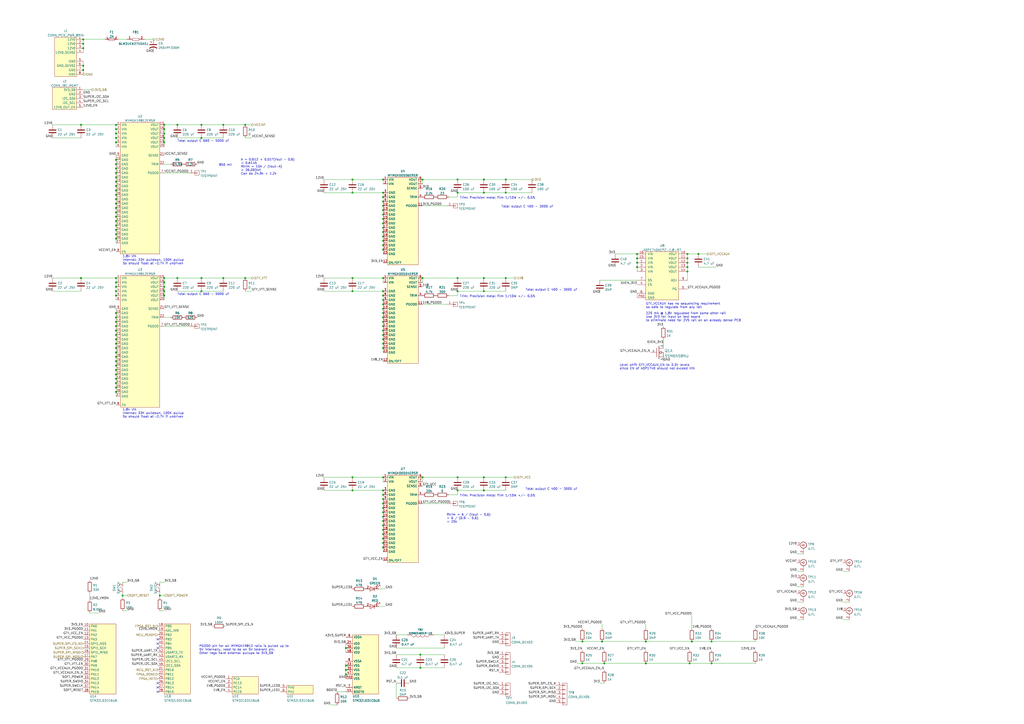
<source format=kicad_sch>
(kicad_sch (version 20211123) (generator eeschema)
  (paper "A2")
  (title_block (title "Kintex Ultrascale+ OshPark For The Lulz") (date "2024-02-06") (rev "0.1") (company "Antikernel Labs") (comment 1 "Andrew D. Zonenberg"))
  (junction (at 222.25 139.7))
  (junction (at 92.71 345.44))
  (junction (at 412.75 372.11))
  (junction (at 369.57 154.94))
  (junction (at 204.47 168.91))
  (junction (at 67.31 130.81))
  (junction (at 222.25 124.46))
  (junction (at 337.82 372.11))
  (junction (at 95.25 74.93))
  (junction (at 398.78 147.32))
  (junction (at 142.24 72.39))
  (junction (at 280.67 168.91))
  (junction (at 67.31 194.31))
  (junction (at 67.31 133.35))
  (junction (at 67.31 138.43))
  (junction (at 222.25 194.31))
  (junction (at 200.66 388.62))
  (junction (at 293.37 161.29))
  (junction (at 245.11 161.29))
  (junction (at 67.31 74.93))
  (junction (at 265.43 276.86))
  (junction (at 374.65 372.11))
  (junction (at 67.31 80.01))
  (junction (at 243.84 387.35))
  (junction (at 95.25 161.29))
  (junction (at 222.25 199.39))
  (junction (at 95.25 171.45))
  (junction (at 46.99 72.39))
  (junction (at 48.26 40.64))
  (junction (at 204.47 111.76))
  (junction (at 222.25 314.96))
  (junction (at 243.84 379.73))
  (junction (at 400.05 384.81))
  (junction (at 67.31 204.47))
  (junction (at 46.99 161.29))
  (junction (at 245.11 104.14))
  (junction (at 116.84 80.01))
  (junction (at 265.43 104.14))
  (junction (at 67.31 120.65))
  (junction (at 67.31 212.09))
  (junction (at 95.25 80.01))
  (junction (at 280.67 104.14))
  (junction (at 222.25 312.42))
  (junction (at 401.32 372.11))
  (junction (at 222.25 304.8))
  (junction (at 398.78 149.86))
  (junction (at 398.78 152.4))
  (junction (at 200.66 391.16))
  (junction (at 280.67 276.86))
  (junction (at 280.67 161.29))
  (junction (at 67.31 161.29))
  (junction (at 350.52 384.81))
  (junction (at 222.25 127))
  (junction (at 67.31 97.79))
  (junction (at 222.25 297.18))
  (junction (at 67.31 217.17))
  (junction (at 48.26 38.1))
  (junction (at 222.25 114.3))
  (junction (at 222.25 179.07))
  (junction (at 67.31 128.27))
  (junction (at 142.24 161.29))
  (junction (at 222.25 144.78))
  (junction (at 116.84 168.91))
  (junction (at 67.31 135.89))
  (junction (at 222.25 119.38))
  (junction (at 102.87 72.39))
  (junction (at 222.25 181.61))
  (junction (at 222.25 137.16))
  (junction (at 369.57 152.4))
  (junction (at 222.25 171.45))
  (junction (at 67.31 115.57))
  (junction (at 67.31 214.63))
  (junction (at 222.25 309.88))
  (junction (at 374.65 384.81))
  (junction (at 222.25 173.99))
  (junction (at 67.31 189.23))
  (junction (at 67.31 219.71))
  (junction (at 67.31 166.37))
  (junction (at 95.25 163.83))
  (junction (at 95.25 72.39))
  (junction (at 200.66 386.08))
  (junction (at 405.13 147.32))
  (junction (at 67.31 102.87))
  (junction (at 67.31 227.33))
  (junction (at 67.31 224.79))
  (junction (at 265.43 161.29))
  (junction (at 67.31 77.47))
  (junction (at 222.25 121.92))
  (junction (at 95.25 82.55))
  (junction (at 71.12 345.44))
  (junction (at 222.25 317.5))
  (junction (at 337.82 384.81))
  (junction (at 222.25 299.72))
  (junction (at 222.25 292.1))
  (junction (at 293.37 276.86))
  (junction (at 67.31 113.03))
  (junction (at 67.31 163.83))
  (junction (at 67.31 100.33))
  (junction (at 102.87 161.29))
  (junction (at 95.25 77.47))
  (junction (at 67.31 186.69))
  (junction (at 222.25 302.26))
  (junction (at 222.25 116.84))
  (junction (at 67.31 123.19))
  (junction (at 95.25 168.91))
  (junction (at 67.31 199.39))
  (junction (at 116.84 72.39))
  (junction (at 48.26 25.4))
  (junction (at 349.25 372.11))
  (junction (at 293.37 111.76))
  (junction (at 67.31 125.73))
  (junction (at 265.43 168.91))
  (junction (at 129.54 161.29))
  (junction (at 265.43 284.48))
  (junction (at 48.26 22.86))
  (junction (at 222.25 189.23))
  (junction (at 204.47 284.48))
  (junction (at 222.25 176.53))
  (junction (at 200.66 375.92))
  (junction (at 222.25 104.14))
  (junction (at 222.25 168.91))
  (junction (at 67.31 181.61))
  (junction (at 67.31 222.25))
  (junction (at 412.75 384.81))
  (junction (at 67.31 72.39))
  (junction (at 222.25 161.29))
  (junction (at 222.25 134.62))
  (junction (at 67.31 110.49))
  (junction (at 67.31 95.25))
  (junction (at 222.25 294.64))
  (junction (at 204.47 104.14))
  (junction (at 204.47 276.86))
  (junction (at 222.25 289.56))
  (junction (at 369.57 149.86))
  (junction (at 280.67 284.48))
  (junction (at 67.31 196.85))
  (junction (at 222.25 129.54))
  (junction (at 222.25 196.85))
  (junction (at 398.78 154.94))
  (junction (at 280.67 111.76))
  (junction (at 222.25 191.77))
  (junction (at 222.25 111.76))
  (junction (at 67.31 118.11))
  (junction (at 67.31 105.41))
  (junction (at 48.26 27.94))
  (junction (at 67.31 184.15))
  (junction (at 67.31 168.91))
  (junction (at 222.25 184.15))
  (junction (at 95.25 166.37))
  (junction (at 67.31 191.77))
  (junction (at 369.57 147.32))
  (junction (at 67.31 209.55))
  (junction (at 204.47 161.29))
  (junction (at 116.84 161.29))
  (junction (at 222.25 132.08))
  (junction (at 67.31 207.01))
  (junction (at 398.78 157.48))
  (junction (at 67.31 201.93))
  (junction (at 222.25 307.34))
  (junction (at 265.43 111.76))
  (junction (at 129.54 72.39))
  (junction (at 67.31 171.45))
  (junction (at 222.25 186.69))
  (junction (at 293.37 104.14))
  (junction (at 222.25 287.02))
  (junction (at 222.25 201.93))
  (junction (at 67.31 82.55))
  (junction (at 245.11 276.86))
  (junction (at 222.25 284.48))
  (junction (at 67.31 107.95))
  (junction (at 67.31 92.71))
  (junction (at 222.25 276.86))
  (junction (at 222.25 142.24))
  (no_connect (at 91.44 375.92))
  (no_connect (at 91.44 398.78))
  (no_connect (at 91.44 396.24))
  (no_connect (at 91.44 401.32))
  (no_connect (at 91.44 370.84))
  (no_connect (at 91.44 373.38))
  (wire (pts (xy 67.31 214.63) (xy 67.31 217.17)))
  (wire (pts (xy 102.87 168.91) (xy 116.84 168.91)))
  (wire (pts (xy 347.98 396.24) (xy 350.52 396.24)))
  (wire (pts (xy 229.87 368.3) (xy 236.22 368.3)))
  (wire (pts (xy 200.66 388.62) (xy 200.66 391.16)))
  (wire (pts (xy 243.84 379.73) (xy 257.81 379.73)))
  (wire (pts (xy 92.71 337.82) (xy 95.25 337.82)))
  (wire (pts (xy 265.43 104.14) (xy 280.67 104.14)))
  (wire (pts (xy 200.66 373.38) (xy 200.66 375.92)))
  (wire (pts (xy 95.25 161.29) (xy 102.87 161.29)))
  (wire (pts (xy 222.25 134.62) (xy 222.25 137.16)))
  (wire (pts (xy 222.25 142.24) (xy 222.25 144.78)))
  (wire (pts (xy 412.75 372.11) (xy 438.15 372.11)))
  (wire (pts (xy 102.87 72.39) (xy 116.84 72.39)))
  (wire (pts (xy 142.24 72.39) (xy 146.05 72.39)))
  (wire (pts (xy 95.25 82.55) (xy 95.25 85.09)))
  (wire (pts (xy 222.25 114.3) (xy 222.25 116.84)))
  (wire (pts (xy 95.25 72.39) (xy 95.25 74.93)))
  (wire (pts (xy 222.25 276.86) (xy 222.25 279.4)))
  (wire (pts (xy 398.78 154.94) (xy 398.78 157.48)))
  (wire (pts (xy 67.31 222.25) (xy 67.31 224.79)))
  (wire (pts (xy 350.52 384.81) (xy 374.65 384.81)))
  (wire (pts (xy 67.31 184.15) (xy 67.31 186.69)))
  (wire (pts (xy 265.43 276.86) (xy 280.67 276.86)))
  (wire (pts (xy 400.05 384.81) (xy 412.75 384.81)))
  (wire (pts (xy 129.54 161.29) (xy 142.24 161.29)))
  (wire (pts (xy 67.31 82.55) (xy 67.31 85.09)))
  (wire (pts (xy 67.31 217.17) (xy 67.31 219.71)))
  (wire (pts (xy 260.35 287.02) (xy 265.43 287.02)))
  (wire (pts (xy 30.48 161.29) (xy 46.99 161.29)))
  (wire (pts (xy 280.67 276.86) (xy 293.37 276.86)))
  (wire (pts (xy 222.25 196.85) (xy 222.25 199.39)))
  (wire (pts (xy 83.82 22.86) (xy 88.9 22.86)))
  (wire (pts (xy 293.37 111.76) (xy 308.61 111.76)))
  (wire (pts (xy 251.46 368.3) (xy 257.81 368.3)))
  (wire (pts (xy 95.25 166.37) (xy 95.25 168.91)))
  (wire (pts (xy 204.47 284.48) (xy 222.25 284.48)))
  (wire (pts (xy 369.57 152.4) (xy 369.57 154.94)))
  (wire (pts (xy 67.31 72.39) (xy 67.31 74.93)))
  (wire (pts (xy 67.31 171.45) (xy 67.31 173.99)))
  (wire (pts (xy 67.31 186.69) (xy 67.31 189.23)))
  (wire (pts (xy 71.12 345.44) (xy 71.12 346.71)))
  (wire (pts (xy 222.25 307.34) (xy 222.25 309.88)))
  (wire (pts (xy 46.99 161.29) (xy 67.31 161.29)))
  (wire (pts (xy 92.71 345.44) (xy 92.71 346.71)))
  (wire (pts (xy 265.43 161.29) (xy 280.67 161.29)))
  (wire (pts (xy 46.99 72.39) (xy 67.31 72.39)))
  (wire (pts (xy 71.12 344.17) (xy 71.12 345.44)))
  (wire (pts (xy 222.25 194.31) (xy 222.25 196.85)))
  (wire (pts (xy 187.96 168.91) (xy 204.47 168.91)))
  (wire (pts (xy 116.84 168.91) (xy 129.54 168.91)))
  (wire (pts (xy 222.25 111.76) (xy 222.25 114.3)))
  (wire (pts (xy 67.31 138.43) (xy 67.31 140.97)))
  (wire (pts (xy 195.58 401.32) (xy 200.66 401.32)))
  (wire (pts (xy 245.11 279.4) (xy 245.11 276.86)))
  (wire (pts (xy 280.67 104.14) (xy 293.37 104.14)))
  (wire (pts (xy 67.31 219.71) (xy 67.31 222.25)))
  (wire (pts (xy 204.47 276.86) (xy 222.25 276.86)))
  (wire (pts (xy 142.24 80.01) (xy 146.05 80.01)))
  (wire (pts (xy 222.25 304.8) (xy 222.25 307.34)))
  (wire (pts (xy 229.87 375.92) (xy 257.81 375.92)))
  (wire (pts (xy 67.31 110.49) (xy 67.31 113.03)))
  (wire (pts (xy 204.47 111.76) (xy 222.25 111.76)))
  (wire (pts (xy 67.31 227.33) (xy 67.31 229.87)))
  (wire (pts (xy 222.25 189.23) (xy 222.25 191.77)))
  (wire (pts (xy 67.31 181.61) (xy 67.31 184.15)))
  (wire (pts (xy 30.48 72.39) (xy 46.99 72.39)))
  (wire (pts (xy 52.07 344.17) (xy 52.07 347.98)))
  (wire (pts (xy 129.54 72.39) (xy 142.24 72.39)))
  (wire (pts (xy 222.25 184.15) (xy 222.25 186.69)))
  (wire (pts (xy 142.24 161.29) (xy 146.05 161.29)))
  (wire (pts (xy 71.12 354.33) (xy 73.66 354.33)))
  (wire (pts (xy 398.78 152.4) (xy 398.78 154.94)))
  (wire (pts (xy 222.25 302.26) (xy 222.25 304.8)))
  (wire (pts (xy 67.31 209.55) (xy 67.31 212.09)))
  (wire (pts (xy 398.78 147.32) (xy 398.78 149.86)))
  (wire (pts (xy 200.66 375.92) (xy 200.66 378.46)))
  (wire (pts (xy 401.32 372.11) (xy 412.75 372.11)))
  (wire (pts (xy 95.25 72.39) (xy 102.87 72.39)))
  (wire (pts (xy 222.25 139.7) (xy 222.25 142.24)))
  (wire (pts (xy 229.87 396.24) (xy 229.87 405.13)))
  (wire (pts (xy 222.25 179.07) (xy 222.25 181.61)))
  (wire (pts (xy 222.25 299.72) (xy 222.25 302.26)))
  (wire (pts (xy 243.84 387.35) (xy 257.81 387.35)))
  (wire (pts (xy 116.84 72.39) (xy 129.54 72.39)))
  (wire (pts (xy 222.25 289.56) (xy 222.25 292.1)))
  (wire (pts (xy 398.78 147.32) (xy 405.13 147.32)))
  (wire (pts (xy 245.11 163.83) (xy 245.11 161.29)))
  (wire (pts (xy 222.25 168.91) (xy 222.25 171.45)))
  (wire (pts (xy 67.31 115.57) (xy 67.31 118.11)))
  (wire (pts (xy 48.26 52.07) (xy 53.34 52.07)))
  (wire (pts (xy 142.24 168.91) (xy 146.05 168.91)))
  (wire (pts (xy 347.98 162.56) (xy 369.57 162.56)))
  (wire (pts (xy 67.31 133.35) (xy 67.31 135.89)))
  (wire (pts (xy 280.67 161.29) (xy 293.37 161.29)))
  (wire (pts (xy 71.12 345.44) (xy 73.66 345.44)))
  (wire (pts (xy 95.25 100.33) (xy 109.22 100.33)))
  (wire (pts (xy 95.25 80.01) (xy 95.25 82.55)))
  (wire (pts (xy 67.31 118.11) (xy 67.31 120.65)))
  (wire (pts (xy 222.25 314.96) (xy 222.25 317.5)))
  (wire (pts (xy 293.37 276.86) (xy 298.45 276.86)))
  (wire (pts (xy 67.31 168.91) (xy 67.31 171.45)))
  (wire (pts (xy 222.25 186.69) (xy 222.25 189.23)))
  (wire (pts (xy 222.25 104.14) (xy 222.25 106.68)))
  (wire (pts (xy 222.25 297.18) (xy 222.25 299.72)))
  (wire (pts (xy 265.43 287.02) (xy 265.43 284.48)))
  (wire (pts (xy 187.96 104.14) (xy 204.47 104.14)))
  (wire (pts (xy 95.25 168.91) (xy 95.25 171.45)))
  (wire (pts (xy 204.47 168.91) (xy 222.25 168.91)))
  (wire (pts (xy 488.95 349.25) (xy 492.76 349.25)))
  (wire (pts (xy 95.25 184.15) (xy 99.06 184.15)))
  (wire (pts (xy 92.71 344.17) (xy 92.71 345.44)))
  (wire (pts (xy 67.31 189.23) (xy 67.31 191.77)))
  (wire (pts (xy 187.96 111.76) (xy 204.47 111.76)))
  (wire (pts (xy 260.35 114.3) (xy 265.43 114.3)))
  (wire (pts (xy 337.82 372.11) (xy 349.25 372.11)))
  (wire (pts (xy 67.31 105.41) (xy 67.31 107.95)))
  (wire (pts (xy 95.25 163.83) (xy 95.25 166.37)))
  (wire (pts (xy 48.26 22.86) (xy 48.26 25.4)))
  (wire (pts (xy 67.31 95.25) (xy 67.31 97.79)))
  (wire (pts (xy 374.65 384.81) (xy 400.05 384.81)))
  (wire (pts (xy 68.58 22.86) (xy 73.66 22.86)))
  (wire (pts (xy 67.31 102.87) (xy 67.31 105.41)))
  (wire (pts (xy 48.26 40.64) (xy 48.26 43.18)))
  (wire (pts (xy 334.645 384.81) (xy 337.82 384.81)))
  (wire (pts (xy 95.25 95.25) (xy 99.06 95.25)))
  (wire (pts (xy 191.77 408.94) (xy 195.58 408.94)))
  (wire (pts (xy 222.25 116.84) (xy 222.25 119.38)))
  (wire (pts (xy 280.67 168.91) (xy 293.37 168.91)))
  (wire (pts (xy 405.13 147.32) (xy 410.21 147.32)))
  (wire (pts (xy 67.31 179.07) (xy 67.31 181.61)))
  (wire (pts (xy 293.37 104.14) (xy 308.61 104.14)))
  (wire (pts (xy 222.25 124.46) (xy 222.25 127)))
  (wire (pts (xy 95.25 161.29) (xy 95.25 163.83)))
  (wire (pts (xy 200.66 383.54) (xy 200.66 386.08)))
  (wire (pts (xy 245.11 106.68) (xy 245.11 104.14)))
  (wire (pts (xy 245.11 276.86) (xy 265.43 276.86)))
  (wire (pts (xy 369.57 149.86) (xy 369.57 152.4)))
  (wire (pts (xy 349.25 361.95) (xy 349.25 364.49)))
  (wire (pts (xy 265.43 114.3) (xy 265.43 111.76)))
  (wire (pts (xy 116.84 80.01) (xy 129.54 80.01)))
  (wire (pts (xy 222.25 317.5) (xy 222.25 320.04)))
  (wire (pts (xy 405.13 154.94) (xy 415.29 154.94)))
  (wire (pts (xy 67.31 74.93) (xy 67.31 77.47)))
  (wire (pts (xy 222.25 176.53) (xy 222.25 179.07)))
  (wire (pts (xy 222.25 201.93) (xy 222.25 204.47)))
  (wire (pts (xy 462.28 349.25) (xy 466.09 349.25)))
  (wire (pts (xy 48.26 35.56) (xy 48.26 38.1)))
  (wire (pts (xy 229.87 379.73) (xy 243.84 379.73)))
  (wire (pts (xy 67.31 80.01) (xy 67.31 82.55)))
  (wire (pts (xy 67.31 107.95) (xy 67.31 110.49)))
  (wire (pts (xy 204.47 161.29) (xy 222.25 161.29)))
  (wire (pts (xy 222.25 292.1) (xy 222.25 294.64)))
  (wire (pts (xy 116.84 161.29) (xy 129.54 161.29)))
  (wire (pts (xy 102.87 161.29) (xy 116.84 161.29)))
  (wire (pts (xy 222.25 309.88) (xy 222.25 312.42)))
  (wire (pts (xy 60.96 22.86) (xy 48.26 22.86)))
  (wire (pts (xy 398.78 157.48) (xy 398.78 162.56)))
  (wire (pts (xy 222.25 181.61) (xy 222.25 184.15)))
  (wire (pts (xy 222.25 121.92) (xy 222.25 124.46)))
  (wire (pts (xy 222.25 312.42) (xy 222.25 314.96)))
  (wire (pts (xy 67.31 166.37) (xy 67.31 168.91)))
  (wire (pts (xy 67.31 130.81) (xy 67.31 133.35)))
  (wire (pts (xy 95.25 189.23) (xy 109.22 189.23)))
  (wire (pts (xy 67.31 196.85) (xy 67.31 199.39)))
  (wire (pts (xy 280.67 111.76) (xy 293.37 111.76)))
  (wire (pts (xy 67.31 113.03) (xy 67.31 115.57)))
  (wire (pts (xy 187.96 276.86) (xy 204.47 276.86)))
  (wire (pts (xy 67.31 212.09) (xy 67.31 214.63)))
  (wire (pts (xy 222.25 294.64) (xy 222.25 297.18)))
  (wire (pts (xy 67.31 161.29) (xy 67.31 163.83)))
  (wire (pts (xy 67.31 201.93) (xy 67.31 204.47)))
  (wire (pts (xy 67.31 97.79) (xy 67.31 100.33)))
  (wire (pts (xy 462.28 340.36) (xy 466.09 340.36)))
  (wire (pts (xy 67.31 207.01) (xy 67.31 209.55)))
  (wire (pts (xy 222.25 284.48) (xy 222.25 287.02)))
  (wire (pts (xy 349.25 372.11) (xy 374.65 372.11)))
  (wire (pts (xy 92.71 354.33) (xy 95.25 354.33)))
  (wire (pts (xy 245.11 161.29) (xy 265.43 161.29)))
  (wire (pts (xy 95.25 77.47) (xy 95.25 80.01)))
  (wire (pts (xy 52.07 355.6) (xy 57.15 355.6)))
  (wire (pts (xy 67.31 199.39) (xy 67.31 201.93)))
  (wire (pts (xy 245.11 104.14) (xy 265.43 104.14)))
  (wire (pts (xy 260.35 171.45) (xy 265.43 171.45)))
  (wire (pts (xy 67.31 204.47) (xy 67.31 207.01)))
  (wire (pts (xy 30.48 80.01) (xy 46.99 80.01)))
  (wire (pts (xy 67.31 191.77) (xy 67.31 194.31)))
  (wire (pts (xy 95.25 171.45) (xy 95.25 173.99)))
  (wire (pts (xy 102.87 80.01) (xy 116.84 80.01)))
  (wire (pts (xy 245.11 176.53) (xy 259.08 176.53)))
  (wire (pts (xy 229.87 387.35) (xy 243.84 387.35)))
  (wire (pts (xy 462.28 359.41) (xy 466.09 359.41)))
  (wire (pts (xy 67.31 135.89) (xy 67.31 138.43)))
  (wire (pts (xy 369.57 170.18) (xy 369.57 172.72)))
  (wire (pts (xy 67.31 77.47) (xy 67.31 80.01)))
  (wire (pts (xy 48.26 38.1) (xy 48.26 40.64)))
  (wire (pts (xy 67.31 123.19) (xy 67.31 125.73)))
  (wire (pts (xy 462.28 321.31) (xy 466.09 321.31)))
  (wire (pts (xy 219.71 351.79) (xy 223.52 351.79)))
  (wire (pts (xy 67.31 163.83) (xy 67.31 166.37)))
  (wire (pts (xy 222.25 173.99) (xy 222.25 176.53)))
  (wire (pts (xy 488.95 359.41) (xy 492.76 359.41)))
  (wire (pts (xy 200.66 391.16) (xy 200.66 393.7)))
  (wire (pts (xy 222.25 161.29) (xy 222.25 163.83)))
  (wire (pts (xy 265.43 284.48) (xy 280.67 284.48)))
  (wire (pts (xy 67.31 125.73) (xy 67.31 128.27)))
  (wire (pts (xy 265.43 111.76) (xy 280.67 111.76)))
  (wire (pts (xy 222.25 144.78) (xy 222.25 147.32)))
  (wire (pts (xy 462.28 331.47) (xy 466.09 331.47)))
  (wire (pts (xy 71.12 337.82) (xy 73.66 337.82)))
  (wire (pts (xy 356.87 147.32) (xy 369.57 147.32)))
  (wire (pts (xy 334.01 372.11) (xy 337.82 372.11)))
  (wire (pts (xy 48.26 25.4) (xy 48.26 27.94)))
  (wire (pts (xy 30.48 168.91) (xy 46.99 168.91)))
  (wire (pts (xy 67.31 224.79) (xy 67.31 227.33)))
  (wire (pts (xy 222.25 171.45) (xy 222.25 173.99)))
  (wire (pts (xy 245.11 119.38) (xy 259.08 119.38)))
  (wire (pts (xy 187.96 161.29) (xy 204.47 161.29)))
  (wire (pts (xy 401.32 356.87) (xy 401.32 364.49)))
  (wire (pts (xy 222.25 137.16) (xy 222.25 139.7)))
  (wire (pts (xy 67.31 194.31) (xy 67.31 196.85)))
  (wire (pts (xy 200.66 386.08) (xy 200.66 388.62)))
  (wire (pts (xy 222.25 287.02) (xy 222.25 289.56)))
  (wire (pts (xy 204.47 104.14) (xy 222.25 104.14)))
  (wire (pts (xy 369.57 154.94) (xy 369.57 157.48)))
  (wire (pts (xy 337.82 384.81) (xy 350.52 384.81)))
  (wire (pts (xy 187.96 284.48) (xy 204.47 284.48)))
  (wire (pts (xy 412.75 384.81) (xy 438.15 384.81)))
  (wire (pts (xy 67.31 120.65) (xy 67.31 123.19)))
  (wire (pts (xy 67.31 92.71) (xy 67.31 95.25)))
  (wire (pts (xy 222.25 191.77) (xy 222.25 194.31)))
  (wire (pts (xy 280.67 284.48) (xy 293.37 284.48)))
  (wire (pts (xy 95.25 74.93) (xy 95.25 77.47)))
  (wire (pts (xy 67.31 128.27) (xy 67.31 130.81)))
  (wire (pts (xy 488.95 331.47) (xy 492.76 331.47)))
  (wire (pts (xy 48.26 27.94) (xy 48.26 30.48)))
  (wire (pts (xy 222.25 119.38) (xy 222.25 121.92)))
  (wire (pts (xy 265.43 168.91) (xy 280.67 168.91)))
  (wire (pts (xy 398.78 149.86) (xy 398.78 152.4)))
  (wire (pts (xy 265.43 171.45) (xy 265.43 168.91)))
  (wire (pts (xy 384.81 196.85) (xy 384.81 199.39)))
  (wire (pts (xy 369.57 147.32) (xy 369.57 149.86)))
  (wire (pts (xy 293.37 161.29) (xy 298.45 161.29)))
  (wire (pts (xy 67.31 90.17) (xy 67.31 92.71)))
  (wire (pts (xy 222.25 129.54) (xy 222.25 132.08)))
  (wire (pts (xy 222.25 199.39) (xy 222.25 201.93)))
  (wire (pts (xy 222.25 132.08) (xy 222.25 134.62)))
  (wire (pts (xy 92.71 345.44) (xy 95.25 345.44)))
  (wire (pts (xy 219.71 341.63) (xy 223.52 341.63)))
  (wire (pts (xy 374.65 372.11) (xy 401.32 372.11)))
  (wire (pts (xy 374.65 361.95) (xy 374.65 364.49)))
  (wire (pts (xy 245.11 292.1) (xy 259.08 292.1)))
  (wire (pts (xy 222.25 127) (xy 222.25 129.54)))
  (wire (pts (xy 67.31 100.33) (xy 67.31 102.87)))
  (text "Total output C 400 - 3000 uF" (at 304.8 168.91 0) (effects (font (size 1.27 1.27)) (justify left bottom)))
  (text "A = 0.612 + 0.01*(Vout - 0.6)\n= 0.6145\nRtrim = 10A / (Vout-A)\n= 26.0934K\nCan do 24.9k + 1.2k" (at 139.7 101.6 0) (effects (font (size 1.27 1.27)) (justify left bottom)))
  (text "Total output C 660 - 5000 uF" (at 102.87 82.55 0) (effects (font (size 1.27 1.27)) (justify left bottom)))
  (text "1.8V Vih\nInternal: 33K pulldown, 100K pullup\nSo should float at ~2.7V if undriven" (at 71.12 153.67 0) (effects (font (size 1.27 1.27)) (justify left bottom)))
  (text "PGOOD pin for all MYMGK1R812 rails is pulled up to\n5V internally, need to be on 5V tolerant pin.\nOther regs have external pullups to 3V3_SB" (at 115.57 379.73 0) (effects (font (size 1.27 1.27)) (justify left bottom)))
  (text "Trim: Precision metal film 1/10W +/- 0.5%" (at 266.7 172.72 0) (effects (font (size 1.27 1.27)) (justify left bottom)))
  (text "220 mA @ 1.8V regulated from some other rail\nUse 3V3 for input on test board\nto eliminate need for 2V5 rail on an already dense PCB" (at 374.65 186.69 0) (effects (font (size 1.27 1.27)) (justify left bottom)))
  (text "Rtrim = 6 / (Vout - 0.6)\n= 6 / (0.9 - 0.6)\n= 20k" (at 259.08 303.53 0) (effects (font (size 1.27 1.27)) (justify left bottom)))
  (text "Level shift GTY_VCCAUX_EN to 3.3V levels\nsince EN of ADP1740 should not exceed VIN" (at 359.41 214.63 0) (effects (font (size 1.27 1.27)) (justify left bottom)))
  (text "Total output C 400 - 3000 uF" (at 290.83 120.65 0) (effects (font (size 1.27 1.27)) (justify left bottom)))
  (text "Trim: Precision metal film 1/10W +/- 0.5%" (at 266.7 288.29 0) (effects (font (size 1.27 1.27)) (justify left bottom)))
  (text "850 mV" (at 127 96.52 0) (effects (font (size 1.27 1.27)) (justify left bottom)))
  (text "Total output C 400 - 3000 uF" (at 304.8 284.48 0) (effects (font (size 1.27 1.27)) (justify left bottom)))
  (text "GTY_VCCAUX has no sequencing requirement\nso safe to regulate from any rail" (at 374.65 179.07 0) (effects (font (size 1.27 1.27)) (justify left bottom)))
  (text "Total output C 660 - 5000 uF" (at 102.87 171.45 0) (effects (font (size 1.27 1.27)) (justify left bottom)))
  (text "1.8V Vih\nInternal: 33K pulldown, 100K pullup\nSo should float at ~2.7V if undriven" (at 71.12 242.57 0) (effects (font (size 1.27 1.27)) (justify left bottom)))
  (text "Trim: Precision metal film 1/10W +/- 0.5%" (at 266.7 115.57 0) (effects (font (size 1.27 1.27)) (justify left bottom)))
  (label "3V3" (at 347.98 396.24 180))
  (label "1V8_PGOOD" (at 130.81 398.78 180))
  (label "VCCINT_SENSE" (at 95.25 90.17 0))
  (label "GTY_VCC_PGOOD" (at 48.26 370.84 180))
  (label "GND" (at 114.3 95.25 0))
  (label "GTY_VTT_PGOOD" (at 374.65 361.95 180))
  (label "GND" (at 229.87 387.35 180))
  (label "GND" (at 384.81 209.55 0))
  (label "GND" (at 347.98 170.18 180))
  (label "3V3_EN" (at 48.26 363.22 180))
  (label "3V3_SB" (at 123.19 363.22 180))
  (label "GTY_VCC_PGOOD" (at 245.11 292.1 0))
  (label "3V3_SB" (at 289.56 379.73 180))
  (label "GND" (at 462.28 331.47 180))
  (label "12V0" (at 30.48 72.39 180))
  (label "VCCINT_EN" (at 67.31 146.05 180))
  (label "3V3_SB" (at 95.25 337.82 0))
  (label "SUPER_SWCLK" (at 48.26 398.78 180))
  (label "GND" (at 191.77 408.94 180))
  (label "12V0_EN" (at 48.26 62.23 0))
  (label "GTY_VTT_PGOOD" (at 48.26 383.54 180))
  (label "GND" (at 67.31 90.17 180))
  (label "GND" (at 237.49 396.24 0))
  (label "SUPER_SWDIO" (at 289.56 387.35 180))
  (label "GND" (at 114.3 184.15 0))
  (label "GTY_VCCAUX_PGOOD" (at 398.78 167.64 0))
  (label "3V3" (at 245.11 109.22 0))
  (label "3V3_SB" (at 237.49 405.13 0))
  (label "RST_N" (at 289.56 389.89 180))
  (label "12V0" (at 30.48 161.29 180))
  (label "GND" (at 265.43 284.48 180))
  (label "GND" (at 200.66 393.7 180))
  (label "GND" (at 488.95 359.41 180))
  (label "12V0_VMON" (at 52.07 347.98 0))
  (label "12V0_EN" (at 438.15 377.19 180))
  (label "VCCINT_PGOOD" (at 95.25 100.33 0))
  (label "SUPER_I2C_SDA" (at 91.44 386.08 180))
  (label "GND" (at 265.43 111.76 180))
  (label "VCCINT_PGOOD" (at 349.25 361.95 180))
  (label "GND" (at 48.26 54.61 0))
  (label "GND" (at 88.9 30.48 180))
  (label "SUPER_I2C_SCL" (at 289.56 397.51 180))
  (label "12V0" (at 187.96 276.86 180))
  (label "SUPER_SWCLK" (at 289.56 384.81 180))
  (label "1V8" (at 245.11 166.37 0))
  (label "GND" (at 369.57 170.18 180))
  (label "BOOT0" (at 195.58 401.32 180))
  (label "SUPER_SPI_SCK" (at 322.58 400.05 180))
  (label "GTY_VTT_SENSE" (at 95.25 179.07 0))
  (label "VCCINT_PGOOD" (at 130.81 393.7 180))
  (label "GND" (at 488.95 349.25 180))
  (label "GVEN_3V3" (at 369.57 165.1 180))
  (label "SUPER_SWDIO" (at 48.26 396.24 180))
  (label "SOFT_POWER" (at 48.26 393.7 180))
  (label "GND" (at 187.96 284.48 180))
  (label "3V3_SB" (at 334.01 372.11 180))
  (label "SUPER_UART_RX" (at 91.44 381 180))
  (label "GTY_VCC_EN" (at 400.05 377.19 180))
  (label "GND" (at 462.28 321.31 180))
  (label "GND" (at 289.56 402.59 180))
  (label "12V0" (at 462.28 316.23 180))
  (label "GTY_VCCAUX_PGOOD" (at 48.26 388.62 180))
  (label "GND" (at 30.48 168.91 180))
  (label "VCCINT_EN" (at 130.81 396.24 180))
  (label "3V3" (at 356.87 147.32 180))
  (label "3V3_SB" (at 229.87 368.3 180))
  (label "12V0" (at 187.96 104.14 180))
  (label "VCCINT" (at 462.28 326.39 180))
  (label "3V3_PGOOD" (at 337.82 364.49 180))
  (label "SUPER_SPI_MOSI" (at 322.58 405.13 180))
  (label "GND" (at 57.15 355.6 0))
  (label "GND" (at 415.29 154.94 0))
  (label "SUPER_I2C_SDA" (at 289.56 400.05 180))
  (label "SUPER_LED1" (at 204.47 351.79 180))
  (label "SUPER_UART_TX" (at 91.44 378.46 180))
  (label "SUPER_LED1" (at 162.56 401.32 180))
  (label "GTY_VCC_PGOOD" (at 401.32 356.87 180))
  (label "GTY_VCCAUX_PGOOD" (at 438.15 364.49 0))
  (label "GND" (at 102.87 80.01 180))
  (label "12V0_VMON" (at 91.44 365.76 180))
  (label "3V3" (at 384.81 189.23 180))
  (label "1V8_EN" (at 130.81 401.32 180))
  (label "GTY_VTT_EN" (at 48.26 386.08 180))
  (label "A3V3_SUPER" (at 257.81 368.3 0))
  (label "A3V3_SUPER" (at 200.66 369.57 180))
  (label "SUPER_SPI_MISO" (at 322.58 402.59 180))
  (label "3V3_SB" (at 229.87 379.73 180))
  (label "1V8_EN" (at 222.25 209.55 180))
  (label "3V3_SB" (at 462.28 354.33 180))
  (label "GND" (at 229.87 375.92 180))
  (label "GND" (at 462.28 340.36 180))
  (label "GVEN_3V3" (at 384.81 199.39 180))
  (label "SUPER_I2C_SCL" (at 91.44 383.54 180))
  (label "12V0" (at 187.96 161.29 180))
  (label "GTY_VCC" (at 245.11 281.94 0))
  (label "3V3_PGOOD" (at 48.26 365.76 180))
  (label "GTY_VTT_EN" (at 374.65 377.19 180))
  (label "3V3" (at 462.28 335.28 180))
  (label "GND" (at 73.66 354.33 0))
  (label "GTY_VTT_SENSE" (at 146.05 168.91 0))
  (label "GND" (at 265.43 168.91 180))
  (label "GND" (at 67.31 179.07 180))
  (label "GTY_VCC_EN" (at 222.25 325.12 180))
  (label "GND" (at 322.58 407.67 180))
  (label "3V3_EN" (at 337.82 377.19 180))
  (label "GTY_VTT_EN" (at 67.31 234.95 180))
  (label "SUPER_UART_TX" (at 289.56 370.84 180))
  (label "GND" (at 102.87 168.91 180))
  (label "GND" (at 95.25 354.33 0))
  (label "1V8_EN" (at 412.75 377.19 180))
  (label "SUPER_I2C_SCL" (at 48.26 59.69 0))
  (label "GTY_VCCAUX" (at 462.28 344.17 180))
  (label "GTY_VCCAUX_EN_N" (at 48.26 391.16 180))
  (label "GND" (at 187.96 111.76 180))
  (label "GND" (at 30.48 80.01 180))
  (label "GND" (at 289.56 373.38 180))
  (label "VCCINT_EN" (at 350.52 377.19 180))
  (label "1V8" (at 488.95 354.33 180))
  (label "3V3_SB" (at 73.66 337.82 0))
  (label "RST_N" (at 229.87 396.24 180))
  (label "SUPER_LED0" (at 204.47 341.63 180))
  (label "GTY_VCC" (at 488.95 344.17 180))
  (label "SOFT_RESET" (at 48.26 401.32 180))
  (label "VCCINT_SENSE" (at 146.05 80.01 0))
  (label "GND" (at 223.52 351.79 0))
  (label "GND" (at 223.52 341.63 0))
  (label "GTY_VTT_PGOOD" (at 95.25 189.23 0))
  (label "GTY_VCCAUX_EN_N" (at 350.52 388.62 180))
  (label "GND" (at 462.28 349.25 180))
  (label "GTY_VTT" (at 488.95 326.39 180))
  (label "GND" (at 334.645 384.81 180))
  (label "SUPER_I2C_SDA" (at 48.26 57.15 0))
  (label "3V3_SB" (at 200.66 373.38 180))
  (label "GND" (at 462.28 359.41 180))
  (label "GND" (at 187.96 168.91 180))
  (label "GND" (at 488.95 331.47 180))
  (label "3V3_PGOOD" (at 245.11 119.38 0))
  (label "SUPER_LED0" (at 162.56 398.78 180))
  (label "SUPER_SPI_CS_N" (at 130.81 363.22 0))
  (label "3V3_EN" (at 222.25 152.4 180))
  (label "RST_N" (at 200.66 398.78 180))
  (label "GTY_VCCAUX_EN_N" (at 377.19 204.47 180))
  (label "12V0" (at 52.07 336.55 0))
  (label "SUPER_UART_RX" (at 289.56 368.3 180))
  (label "SUPER_SPI_CS_N" (at 322.58 397.51 180))
  (label "1V8_PGOOD" (at 412.75 364.49 180))
  (label "GND" (at 356.87 154.94 180))
  (label "GTY_VCC_EN" (at 48.26 368.3 180))
  (label "GND" (at 289.56 382.27 180))
  (label "1V8_PGOOD" (at 245.11 176.53 0))
  (hierarchical_label "GTY_VCC" (shape output) (at 298.45 276.86 0))
  (hierarchical_label "SOFT_RESET" (shape input) (at 73.66 345.44 0))
  (hierarchical_label "FPGA_DONE" (shape input) (at 91.44 391.16 180))
  (hierarchical_label "3V3_SB" (shape output) (at 53.34 52.07 0))
  (hierarchical_label "SUPER_SPI_SCK" (shape input) (at 48.26 375.92 180))
  (hierarchical_label "12V0" (shape output) (at 88.9 22.86 0))
  (hierarchical_label "3V3" (shape output) (at 308.61 104.14 0))
  (hierarchical_label "GTY_VCCAUX" (shape output) (at 410.21 147.32 0))
  (hierarchical_label "1V8" (shape output) (at 298.45 161.29 0))
  (hierarchical_label "SUPER_SPI_MISO" (shape output) (at 48.26 378.46 180))
  (hierarchical_label "MCU_READY" (shape input) (at 91.44 368.3 180))
  (hierarchical_label "SOFT_POWER" (shape input) (at 95.25 345.44 0))
  (hierarchical_label "MCU_RST_N" (shape output) (at 91.44 388.62 180))
  (hierarchical_label "FPGA_INIT" (shape input) (at 91.44 393.7 180))
  (hierarchical_label "FPGA_RST_N" (shape output) (at 91.44 363.22 180))
  (hierarchical_label "GND" (shape output) (at 48.26 43.18 0))
  (hierarchical_label "VCCINT" (shape output) (at 146.05 72.39 0))
  (hierarchical_label "SUPER_SPI_MOSI" (shape input) (at 48.26 381 180))
  (hierarchical_label "GTY_VTT" (shape output) (at 146.05 161.29 0))
  (hierarchical_label "SUPER_SPI_CS_N" (shape input) (at 48.26 373.38 180))
  (symbol (lib_id "device:C") (at 243.84 383.54 0) (unit 1)
    (property "Reference" "C23" (at 246.761 382.7053 0) (effects (justify left)))
    (property "Value" "0.47 uF" (at 246.761 385.2422 0) (effects (justify left)))
    (property "Footprint" "azonenberg_pcb:EIA_0402_CAP_NOSILK" (effects hide))
  )
  (symbol (lib_id "device:LED") (at 215.9 341.63 180) (unit 1)
    (property "Reference" "D1" (at 217.5002 335.7712 0))
    (property "Value" "GREEN" (at 217.5002 338.3081 0))
    (property "Footprint" "azonenberg_pcb:EIA_0603_LED" (effects hide))
  )
  (symbol (lib_id "device:R") (at 195.58 405.13 0) (unit 1)
    (property "Reference" "R12" (at 197.358 404.2953 0) (effects (justify left)))
    (property "Value" "10K" (at 197.358 406.8322 0) (effects (justify left)))
    (property "Footprint" "azonenberg_pcb:EIA_0402_RES_NOSILK" (effects hide))
  )
  (symbol (lib_id "device:C") (at 265.43 165.1 0) (unit 1)
    (property "Reference" "C27" (at 268.351 164.2653 0) (effects (justify left)))
    (property "Value" "220 uF" (at 268.351 166.8022 0) (effects (justify left)))
    (property "Footprint" "azonenberg_pcb:EIA_1210_CAP_NOSILK" (effects hide))
  )
  (symbol (lib_id "device:R") (at 248.92 287.02 90) (unit 1)
    (property "Reference" "R19" (at 248.92 282.3042 90))
    (property "Value" "20k" (at 248.92 284.8411 90))
    (property "Footprint" "azonenberg_pcb:EIA_0402_RES_NOSILK" (effects hide))
  )
  (symbol (lib_id "device:C") (at 308.61 107.95 0) (unit 1)
    (property "Reference" "C38" (at 311.531 107.1153 0) (effects (justify left)))
    (property "Value" "100 uF" (at 311.531 109.6522 0) (effects (justify left)))
    (property "Footprint" "azonenberg_pcb:EIA_1210_CAP_NOSILK" (effects hide))
  )
  (symbol (lib_id "device:C") (at 265.43 107.95 0) (unit 1)
    (property "Reference" "C26" (at 268.351 107.1153 0) (effects (justify left)))
    (property "Value" "100 uF" (at 268.351 109.6522 0) (effects (justify left)))
    (property "Footprint" "azonenberg_pcb:EIA_1210_CAP_NOSILK" (effects hide))
  )
  (symbol (lib_id "conn:CONN_COAXIAL") (at 492.76 326.39 0) (unit 1)
    (property "Reference" "TP14" (at 495.3001 325.8485 0) (effects (justify left)))
    (property "Value" "U.FL" (at 495.3001 328.3854 0) (effects (justify left)))
    (property "Footprint" "azonenberg_pcb:CONN_U.FL_TE_1909763-1" (effects hide))
  )
  (symbol (lib_id "device:R") (at 71.12 350.52 180) (unit 1)
    (property "Reference" "R3" (at 72.898 349.6853 0) (effects (justify right)))
    (property "Value" "10K" (at 72.898 352.2222 0) (effects (justify right)))
    (property "Footprint" "azonenberg_pcb:EIA_0402_RES_NOSILK" (effects hide))
  )
  (symbol (lib_id "power-azonenberg:MYMGK1R812ERSR") (at 69.85 147.32 0) (unit 1)
    (property "Reference" "U2" (at 81.28 67.471 0))
    (property "Value" "MYMGK1R812ERSR" (at 81.28 70.0079 0))
    (property "Footprint" "azonenberg_pcb:MODULE_MURATA_MYMGK1R812" (effects hide))
  )
  (symbol (lib_id "device:R") (at 233.68 405.13 270) (unit 1)
    (property "Reference" "R15" (at 233.68 400.4142 90))
    (property "Value" "DNP" (at 233.68 402.9511 90))
    (property "Footprint" "azonenberg_pcb:EIA_0402_RES_NOSILK" (effects hide))
  )
  (symbol (lib_id "device:R") (at 256.54 287.02 270) (unit 1)
    (property "Reference" "R23" (at 256.54 282.3042 90))
    (property "Value" "0" (at 256.54 284.8411 90))
    (property "Footprint" "azonenberg_pcb:EIA_0402_RES_NOSILK" (effects hide))
  )
  (symbol (lib_id "device:R") (at 256.54 171.45 270) (unit 1)
    (property "Reference" "R21" (at 256.54 166.7342 90))
    (property "Value" "300" (at 256.54 169.2711 90))
    (property "Footprint" "azonenberg_pcb:EIA_0402_RES_NOSILK" (effects hide))
  )
  (symbol (lib_id "device:C") (at 293.37 107.95 0) (unit 1)
    (property "Reference" "C34" (at 296.291 107.1153 0) (effects (justify left)))
    (property "Value" "100 uF" (at 296.291 109.6522 0) (effects (justify left)))
    (property "Footprint" "azonenberg_pcb:EIA_1210_CAP_NOSILK" (effects hide))
  )
  (symbol (lib_id "device:R") (at 337.82 368.3 0) (unit 1)
    (property "Reference" "R24" (at 339.598 367.4653 0) (effects (justify left)))
    (property "Value" "10K" (at 339.598 370.0022 0) (effects (justify left)))
    (property "Footprint" "azonenberg_pcb:EIA_0402_RES_NOSILK" (effects hide))
  )
  (symbol (lib_id "conn:CONN_01X01") (at 264.16 119.38 0) (unit 1)
    (property "Reference" "TP3" (at 266.065 118.5453 0) (effects (justify left)))
    (property "Value" "TESTPOINT" (at 266.065 121.0822 0) (effects (justify left)))
    (property "Footprint" "azonenberg_pcb:TESTPOINT_SMT_0.5MM" (effects hide))
  )
  (symbol (lib_id "device:R") (at 92.71 350.52 180) (unit 1)
    (property "Reference" "R4" (at 94.488 349.6853 0) (effects (justify right)))
    (property "Value" "10K" (at 94.488 352.2222 0) (effects (justify right)))
    (property "Footprint" "azonenberg_pcb:EIA_0402_RES_NOSILK" (effects hide))
  )
  (symbol (lib_id "power-azonenberg:MYMGK00504ERSR") (at 224.79 153.67 0) (unit 1)
    (property "Reference" "U4" (at 233.68 99.221 0))
    (property "Value" "MYMGK00506ERSR" (at 233.68 101.7579 0))
    (property "Footprint" "azonenberg_pcb:MODULE_MURATA_MYMGK00504ERSR" (effects hide))
  )
  (symbol (lib_id "device:R") (at 52.07 351.79 0) (unit 1)
    (property "Reference" "R2" (at 53.848 350.9553 0) (effects (justify left)))
    (property "Value" "8.06K" (at 53.848 353.4922 0) (effects (justify left)))
    (property "Footprint" "azonenberg_pcb:EIA_0402_RES_NOSILK" (effects hide))
  )
  (symbol (lib_id "device:C") (at 265.43 280.67 0) (unit 1)
    (property "Reference" "C29" (at 268.351 279.8353 0) (effects (justify left)))
    (property "Value" "220 uF" (at 268.351 282.3722 0) (effects (justify left)))
    (property "Footprint" "azonenberg_pcb:EIA_1210_CAP_NOSILK" (effects hide))
  )
  (symbol (lib_id "device:C") (at 204.47 280.67 0) (unit 1)
    (property "Reference" "C19" (at 207.391 279.8353 0) (effects (justify left)))
    (property "Value" "22 uF 25V" (at 207.391 282.3722 0) (effects (justify left)))
    (property "Footprint" "azonenberg_pcb:EIA_1812_CAP_NOSILK" (effects hide))
  )
  (symbol (lib_id "device:R") (at 350.52 392.43 0) (unit 1)
    (property "Reference" "R28" (at 352.298 391.5953 0) (effects (justify left)))
    (property "Value" "1K" (at 352.298 394.1322 0) (effects (justify left)))
    (property "Footprint" "azonenberg_pcb:EIA_0402_RES_NOSILK" (effects hide))
  )
  (symbol (lib_id "device:R") (at 349.25 368.3 0) (unit 1)
    (property "Reference" "R26" (at 351.028 367.4653 0) (effects (justify left)))
    (property "Value" "DNP" (at 351.028 370.0022 0) (effects (justify left)))
    (property "Footprint" "azonenberg_pcb:EIA_0402_RES_NOSILK" (effects hide))
  )
  (symbol (lib_id "device:R") (at 412.75 368.3 0) (unit 1)
    (property "Reference" "R34" (at 414.528 367.4653 0) (effects (justify left)))
    (property "Value" "10K" (at 414.528 370.0022 0) (effects (justify left)))
    (property "Footprint" "azonenberg_pcb:EIA_0402_RES_NOSILK" (effects hide))
  )
  (symbol (lib_id "st-azonenberg:STM32L031-UFQFPN48") (at 134.62 402.59 0) (unit 3)
    (property "Reference" "U1" (at 134.62 403.86 0) (effects (justify left)))
    (property "Value" "STM32L031C6U6" (at 134.62 406.3969 0) (effects (justify left)))
    (property "Footprint" "azonenberg_pcb:QFN_48_0.5MM_7x7MM" (effects hide))
    (pin "14" (alternate "SPI1_NSS"))
    (pin "15" (alternate "SPI1_SCK"))
    (pin "16" (alternate "SPI1_MISO"))
    (pin "19" (alternate "ADC_IN9"))
    (pin "42" (alternate "USART2_TX"))
    (pin "43" (alternate "USART2_RX"))
    (pin "45" (alternate "I2C1_SCL"))
    (pin "46" (alternate "I2C1_SDA"))
  )
  (symbol (lib_id "device:R") (at 102.87 184.15 90) (unit 1)
    (property "Reference" "R6" (at 102.87 181.61 90))
    (property "Value" "10K" (at 102.87 184.15 90))
    (property "Footprint" "azonenberg_pcb:EIA_0402_RES_NOSILK" (effects hide))
  )
  (symbol (lib_id "conn:CONN_COAXIAL") (at 466.09 354.33 0) (unit 1)
    (property "Reference" "TP13" (at 468.6301 353.7885 0) (effects (justify left)))
    (property "Value" "U.FL" (at 468.6301 356.3254 0) (effects (justify left)))
    (property "Footprint" "azonenberg_pcb:CONN_U.FL_TE_1909763-1" (effects hide))
  )
  (symbol (lib_id "device:R") (at 52.07 340.36 0) (unit 1)
    (property "Reference" "R1" (at 53.848 339.5253 0) (effects (justify left)))
    (property "Value" "33K" (at 53.848 342.0622 0) (effects (justify left)))
    (property "Footprint" "azonenberg_pcb:EIA_0402_RES_NOSILK" (effects hide))
  )
  (symbol (lib_id "device:C") (at 102.87 165.1 0) (unit 1)
    (property "Reference" "C7" (at 105.791 164.2653 0) (effects (justify left)))
    (property "Value" "220 uF" (at 105.791 166.8022 0) (effects (justify left)))
    (property "Footprint" "azonenberg_pcb:EIA_1210_CAP_NOSILK" (effects hide))
  )
  (symbol (lib_id "device:R") (at 208.28 341.63 270) (unit 1)
    (property "Reference" "R13" (at 208.28 336.9142 90))
    (property "Value" "470" (at 208.28 339.4511 90))
    (property "Footprint" "azonenberg_pcb:EIA_0402_RES_NOSILK" (effects hide))
  )
  (symbol (lib_id "conn:CONN_01X01") (at 114.3 100.33 0) (unit 1)
    (property "Reference" "TP1" (at 116.205 99.4953 0) (effects (justify left)))
    (property "Value" "TESTPOINT" (at 116.205 102.0322 0) (effects (justify left)))
    (property "Footprint" "azonenberg_pcb:TESTPOINT_SMT_0.5MM" (effects hide))
  )
  (symbol (lib_id "passive-azonenberg:SWITCH") (at 92.71 341.63 90) (unit 1)
    (property "Reference" "SW2" (at 87.791 340.995 0))
    (property "Value" "SWITCH" (at 90.3279 340.995 0))
    (property "Footprint" "azonenberg_pcb:SWITCH_RAFI_MICON_5" (effects hide))
  )
  (symbol (lib_id "conn:CONN_01X01") (at 264.16 176.53 0) (unit 1)
    (property "Reference" "TP4" (at 266.065 175.6953 0) (effects (justify left)))
    (property "Value" "TESTPOINT" (at 266.065 178.2322 0) (effects (justify left)))
    (property "Footprint" "azonenberg_pcb:TESTPOINT_SMT_0.5MM" (effects hide))
  )
  (symbol (lib_id "device:R") (at 110.49 184.15 270) (unit 1)
    (property "Reference" "R8" (at 110.49 181.61 90))
    (property "Value" "620" (at 110.49 184.15 90))
    (property "Footprint" "azonenberg_pcb:EIA_0402_RES_NOSILK" (effects hide))
  )
  (symbol (lib_id "conn:CONN_COAXIAL") (at 466.09 335.28 0) (unit 1)
    (property "Reference" "TP11" (at 468.6301 334.7385 0) (effects (justify left)))
    (property "Value" "U.FL" (at 468.6301 337.2754 0) (effects (justify left)))
    (property "Footprint" "azonenberg_pcb:CONN_U.FL_TE_1909763-1" (effects hide))
  )
  (symbol (lib_id "device:R") (at 248.92 114.3 90) (unit 1)
    (property "Reference" "R16" (at 248.92 109.5842 90))
    (property "Value" "2.2k" (at 248.92 112.1211 90))
    (property "Footprint" "azonenberg_pcb:EIA_0402_RES_NOSILK" (effects hide))
  )
  (symbol (lib_id "conn:CONN_01X01") (at 114.3 189.23 0) (unit 1)
    (property "Reference" "TP2" (at 116.205 188.3953 0) (effects (justify left)))
    (property "Value" "TESTPOINT" (at 116.205 190.9322 0) (effects (justify left)))
    (property "Footprint" "azonenberg_pcb:TESTPOINT_SMT_0.5MM" (effects hide))
  )
  (symbol (lib_id "device:C") (at 187.96 165.1 0) (unit 1)
    (property "Reference" "C13" (at 190.881 164.2653 0) (effects (justify left)))
    (property "Value" "22 uF 25V" (at 190.881 166.8022 0) (effects (justify left)))
    (property "Footprint" "azonenberg_pcb:EIA_1812_CAP_NOSILK" (effects hide))
  )
  (symbol (lib_id "conn:CONN_01X03") (at 294.64 370.84 0) (unit 1)
    (property "Reference" "J3" (at 296.545 370.0053 0) (effects (justify left)))
    (property "Value" "CONN_01X03" (at 296.545 372.5422 0) (effects (justify left)))
    (property "Footprint" "azonenberg_pcb:CONN_HEADER_2.54MM_1x3" (effects hide))
  )
  (symbol (lib_id "device:C") (at 30.48 76.2 0) (unit 1)
    (property "Reference" "C1" (at 33.401 75.3653 0) (effects (justify left)))
    (property "Value" "22 uF 25V" (at 33.401 77.9022 0) (effects (justify left)))
    (property "Footprint" "azonenberg_pcb:EIA_1812_CAP_NOSILK" (effects hide))
  )
  (symbol (lib_id "device:R") (at 142.24 76.2 180) (unit 1)
    (property "Reference" "R10" (at 144.018 75.3653 0) (effects (justify right)))
    (property "Value" "0" (at 144.018 77.9022 0) (effects (justify right)))
    (property "Footprint" "azonenberg_pcb:EIA_0402_RES_NOSILK" (effects hide))
  )
  (symbol (lib_id "device:R") (at 400.05 381 0) (unit 1)
    (property "Reference" "R32" (at 401.828 380.1653 0) (effects (justify left)))
    (property "Value" "1K" (at 401.828 382.7022 0) (effects (justify left)))
    (property "Footprint" "azonenberg_pcb:EIA_0402_RES_NOSILK" (effects hide))
  )
  (symbol (lib_id "device:C") (at 280.67 165.1 0) (unit 1)
    (property "Reference" "C31" (at 283.591 164.2653 0) (effects (justify left)))
    (property "Value" "220 uF" (at 283.591 166.8022 0) (effects (justify left)))
    (property "Footprint" "azonenberg_pcb:EIA_1210_CAP_NOSILK" (effects hide))
  )
  (symbol (lib_id "device:R") (at 256.54 114.3 270) (unit 1)
    (property "Reference" "R20" (at 256.54 109.5842 90))
    (property "Value" "22" (at 256.54 112.1211 90))
    (property "Footprint" "azonenberg_pcb:EIA_0402_RES_NOSILK" (effects hide))
  )
  (symbol (lib_id "device:C") (at 356.87 151.13 0) (unit 1)
    (property "Reference" "C40" (at 359.791 150.2953 0) (effects (justify left)))
    (property "Value" "4.7 uF" (at 359.791 152.8322 0) (effects (justify left)))
    (property "Footprint" "azonenberg_pcb:EIA_0603_CAP_NOSILK" (effects hide))
  )
  (symbol (lib_id "power-azonenberg:FUSE_PWROUT_2") (at 64.77 22.86 0) (unit 1)
    (property "Reference" "F1" (at 64.77 18.6522 0))
    (property "Value" "2A" (at 64.77 21.1891 0))
    (property "Footprint" "azonenberg_pcb:EIA_0603_CAP_NOSILK" (effects hide))
  )
  (symbol (lib_id "device:C") (at 229.87 383.54 0) (unit 1)
    (property "Reference" "C21" (at 232.791 382.7053 0) (effects (justify left)))
    (property "Value" "4.7 uF" (at 232.791 385.2422 0) (effects (justify left)))
    (property "Footprint" "azonenberg_pcb:EIA_0603_CAP_NOSILK" (effects hide))
  )
  (symbol (lib_id "device:R") (at 401.32 368.3 0) (unit 1)
    (property "Reference" "R33" (at 403.098 367.4653 0) (effects (justify left)))
    (property "Value" "10K" (at 403.098 370.0022 0) (effects (justify left)))
    (property "Footprint" "azonenberg_pcb:EIA_0402_RES_NOSILK" (effects hide))
  )
  (symbol (lib_id "conn:CONN_COAXIAL") (at 466.09 316.23 0) (unit 1)
    (property "Reference" "TP9" (at 468.6301 315.6885 0) (effects (justify left)))
    (property "Value" "U.FL" (at 468.6301 318.2254 0) (effects (justify left)))
    (property "Footprint" "azonenberg_pcb:CONN_U.FL_TE_1909763-1" (effects hide))
  )
  (symbol (lib_id "device:CP1") (at 88.9 26.67 0) (unit 1)
    (property "Reference" "C5" (at 91.821 25.2003 0) (effects (justify left)))
    (property "Value" "25SVPF330M" (at 91.821 27.7372 0) (effects (justify left)))
    (property "Footprint" "azonenberg_pcb:CAP_AL_10MM_SMT" (effects hide))
  )
  (symbol (lib_id "device:C") (at 204.47 165.1 0) (unit 1)
    (property "Reference" "C17" (at 207.391 164.2653 0) (effects (justify left)))
    (property "Value" "22 uF 25V" (at 207.391 166.8022 0) (effects (justify left)))
    (property "Footprint" "azonenberg_pcb:EIA_1812_CAP_NOSILK" (effects hide))
  )
  (symbol (lib_id "device:C") (at 257.81 372.11 0) (unit 1)
    (property "Reference" "C24" (at 260.731 371.2753 0) (effects (justify left)))
    (property "Value" "0.47 uF" (at 260.731 373.8122 0) (effects (justify left)))
    (property "Footprint" "azonenberg_pcb:EIA_0402_CAP_NOSILK" (effects hide))
  )
  (symbol (lib_id "device:R") (at 337.82 381 0) (unit 1)
    (property "Reference" "R25" (at 339.598 380.1653 0) (effects (justify left)))
    (property "Value" "1K" (at 339.598 382.7022 0) (effects (justify left)))
    (property "Footprint" "azonenberg_pcb:EIA_0402_RES_NOSILK" (effects hide))
  )
  (symbol (lib_id "st-azonenberg:STM32L031-UFQFPN48") (at 204.47 402.59 0) (unit 4)
    (property "Reference" "U1" (at 204.47 403.86 0) (effects (justify left)))
    (property "Value" "STM32L031C6U6" (at 204.47 406.3969 0) (effects (justify left)))
    (property "Footprint" "azonenberg_pcb:QFN_48_0.5MM_7x7MM" (effects hide))
    (pin "14" (alternate "SPI1_NSS"))
    (pin "15" (alternate "SPI1_SCK"))
    (pin "16" (alternate "SPI1_MISO"))
    (pin "19" (alternate "ADC_IN9"))
    (pin "42" (alternate "USART2_TX"))
    (pin "43" (alternate "USART2_RX"))
    (pin "45" (alternate "I2C1_SCL"))
    (pin "46" (alternate "I2C1_SDA"))
  )
  (symbol (lib_id "device:R") (at 142.24 165.1 180) (unit 1)
    (property "Reference" "R11" (at 144.018 164.2653 0) (effects (justify right)))
    (property "Value" "0" (at 144.018 166.8022 0) (effects (justify right)))
    (property "Footprint" "azonenberg_pcb:EIA_0402_RES_NOSILK" (effects hide))
  )
  (symbol (lib_id "device:C") (at 116.84 76.2 0) (unit 1)
    (property "Reference" "C8" (at 119.761 75.3653 0) (effects (justify left)))
    (property "Value" "220 uF" (at 119.761 77.9022 0) (effects (justify left)))
    (property "Footprint" "azonenberg_pcb:EIA_1210_CAP_NOSILK" (effects hide))
  )
  (symbol (lib_id "device:C") (at 187.96 107.95 0) (unit 1)
    (property "Reference" "C12" (at 190.881 107.1153 0) (effects (justify left)))
    (property "Value" "22 uF 25V" (at 190.881 109.6522 0) (effects (justify left)))
    (property "Footprint" "azonenberg_pcb:EIA_1812_CAP_NOSILK" (effects hide))
  )
  (symbol (lib_id "device:C") (at 233.68 396.24 90) (unit 1)
    (property "Reference" "C22" (at 233.68 390.3812 90))
    (property "Value" "0.1 uF" (at 233.68 392.9181 90))
    (property "Footprint" "azonenberg_pcb:EIA_0402_CAP_NOSILK" (effects hide))
  )
  (symbol (lib_id "device:R") (at 110.49 95.25 270) (unit 1)
    (property "Reference" "R7" (at 110.49 92.71 90))
    (property "Value" "1.2k" (at 110.49 95.25 90))
    (property "Footprint" "azonenberg_pcb:EIA_0402_RES_NOSILK" (effects hide))
  )
  (symbol (lib_id "device:R") (at 438.15 381 0) (unit 1)
    (property "Reference" "R39" (at 439.928 380.1653 0) (effects (justify left)))
    (property "Value" "1K" (at 439.928 382.7022 0) (effects (justify left)))
    (property "Footprint" "azonenberg_pcb:EIA_0402_RES_NOSILK" (effects hide))
  )
  (symbol (lib_id "device:C") (at 229.87 372.11 0) (unit 1)
    (property "Reference" "C20" (at 232.791 371.2753 0) (effects (justify left)))
    (property "Value" "0.47 uF" (at 232.791 373.8122 0) (effects (justify left)))
    (property "Footprint" "azonenberg_pcb:EIA_0402_CAP_NOSILK" (effects hide))
  )
  (symbol (lib_id "device:R") (at 374.65 368.3 0) (unit 1)
    (property "Reference" "R29" (at 376.428 367.4653 0) (effects (justify left)))
    (property "Value" "DNP" (at 376.428 370.0022 0) (effects (justify left)))
    (property "Footprint" "azonenberg_pcb:EIA_0402_RES_NOSILK" (effects hide))
  )
  (symbol (lib_id "power-azonenberg:MYMGK00504ERSR") (at 224.79 210.82 0) (unit 1)
    (property "Reference" "U5" (at 233.68 156.371 0))
    (property "Value" "MYMGK00504ERSR" (at 233.68 158.9079 0))
    (property "Footprint" "azonenberg_pcb:MODULE_MURATA_MYMGK00504ERSR" (effects hide))
  )
  (symbol (lib_id "conn:CONN_01X03") (at 294.64 400.05 0) (unit 1)
    (property "Reference" "TP7" (at 293.37 405.13 0) (effects (justify left)))
    (property "Value" "CONN_01X03" (at 293.37 407.6669 0) (effects (justify left)))
    (property "Footprint" "azonenberg_pcb:CONN_HEADER_2.54MM_1x3" (effects hide))
  )
  (symbol (lib_id "device:C") (at 46.99 165.1 0) (unit 1)
    (property "Reference" "C4" (at 49.911 164.2653 0) (effects (justify left)))
    (property "Value" "22 uF 25V" (at 49.911 166.8022 0) (effects (justify left)))
    (property "Footprint" "azonenberg_pcb:EIA_1812_CAP_NOSILK" (effects hide))
  )
  (symbol (lib_id "device:R") (at 350.52 381 0) (unit 1)
    (property "Reference" "R27" (at 352.298 380.1653 0) (effects (justify left)))
    (property "Value" "1K" (at 352.298 382.7022 0) (effects (justify left)))
    (property "Footprint" "azonenberg_pcb:EIA_0402_RES_NOSILK" (effects hide))
  )
  (symbol (lib_id "device:C") (at 293.37 280.67 0) (unit 1)
    (property "Reference" "C37" (at 296.291 279.8353 0) (effects (justify left)))
    (property "Value" "DNP" (at 296.291 282.3722 0) (effects (justify left)))
    (property "Footprint" "azonenberg_pcb:EIA_1210_CAP_NOSILK" (effects hide))
  )
  (symbol (lib_id "device:LED") (at 215.9 351.79 180) (unit 1)
    (property "Reference" "D2" (at 217.5002 345.9312 0))
    (property "Value" "RED" (at 217.5002 348.4681 0))
    (property "Footprint" "azonenberg_pcb:EIA_0603_LED" (effects hide))
  )
  (symbol (lib_id "st-azonenberg:STM32L031-UFQFPN48") (at 52.07 402.59 0) (unit 1)
    (property "Reference" "U1" (at 52.07 403.86 0) (effects (justify left)))
    (property "Value" "STM32L031C6U6" (at 52.07 406.3969 0) (effects (justify left)))
    (property "Footprint" "azonenberg_pcb:QFN_48_0.5MM_7x7MM" (effects hide))
    (pin "14" (alternate "SPI1_NSS"))
    (pin "15" (alternate "SPI1_SCK"))
    (pin "16" (alternate "SPI1_MISO"))
    (pin "19" (alternate "ADC_IN9"))
    (pin "42" (alternate "USART2_TX"))
    (pin "43" (alternate "USART2_RX"))
    (pin "45" (alternate "I2C1_SCL"))
    (pin "46" (alternate "I2C1_SDA"))
  )
  (symbol (lib_id "device:R") (at 438.15 368.3 0) (unit 1)
    (property "Reference" "R38" (at 439.928 367.4653 0) (effects (justify left)))
    (property "Value" "10K" (at 439.928 370.0022 0) (effects (justify left)))
    (property "Footprint" "azonenberg_pcb:EIA_0402_RES_NOSILK" (effects hide))
  )
  (symbol (lib_id "conn:CONN_01X05") (at 294.64 384.81 0) (unit 1)
    (property "Reference" "J4" (at 296.545 383.9753 0) (effects (justify left)))
    (property "Value" "CONN_01X05" (at 296.545 386.5122 0) (effects (justify left)))
    (property "Footprint" "azonenberg_pcb:CONN_HEADER_2.54MM_1x5" (effects hide))
  )
  (symbol (lib_id "device:C") (at 129.54 165.1 0) (unit 1)
    (property "Reference" "C11" (at 132.461 164.2653 0) (effects (justify left)))
    (property "Value" "220 uF" (at 132.461 166.8022 0) (effects (justify left)))
    (property "Footprint" "azonenberg_pcb:EIA_1210_CAP_NOSILK" (effects hide))
  )
  (symbol (lib_id "st-azonenberg:STM32L031-UFQFPN48") (at 166.37 402.59 0) (unit 5)
    (property "Reference" "U1" (at 166.37 403.86 0) (effects (justify left)))
    (property "Value" "STM32L031C6U6" (at 166.37 406.3969 0) (effects (justify left)))
    (property "Footprint" "azonenberg_pcb:QFN_48_0.5MM_7x7MM" (effects hide))
    (pin "14" (alternate "SPI1_NSS"))
    (pin "15" (alternate "SPI1_SCK"))
    (pin "16" (alternate "SPI1_MISO"))
    (pin "19" (alternate "ADC_IN9"))
    (pin "42" (alternate "USART2_TX"))
    (pin "43" (alternate "USART2_RX"))
    (pin "45" (alternate "I2C1_SCL"))
    (pin "46" (alternate "I2C1_SDA"))
  )
  (symbol (lib_id "device:R") (at 208.28 351.79 270) (unit 1)
    (property "Reference" "R14" (at 208.28 347.0742 90))
    (property "Value" "470" (at 208.28 349.6111 90))
    (property "Footprint" "azonenberg_pcb:EIA_0402_RES_NOSILK" (effects hide))
  )
  (symbol (lib_id "power-azonenberg:CONN_PCIE_PWR_8PIN") (at 44.45 44.45 0) (unit 1)
    (property "Reference" "J1" (at 38.1 17.941 0))
    (property "Value" "CONN_PCIE_PWR_8PIN" (at 38.1 20.4779 0))
    (property "Footprint" "azonenberg_pcb:CONN_MOLEX_MINIFITJR_8POS_0039291087" (effects hide))
  )
  (symbol (lib_id "special-azonenberg:SSM6N58NU_DUAL_NMOS") (at 382.27 204.47 0) (unit 1)
    (property "Reference" "Q1" (at 385.5466 203.4938 0) (effects (font (size 1.524 1.524)) (justify left)))
    (property "Value" "SSM6N58NU" (at 385.5466 206.4872 0) (effects (font (size 1.524 1.524)) (justify left)))
    (property "Footprint" "azonenberg_pcb:DFN_6_0.65MM_2x2MM_GDS" (effects hide))
  )
  (symbol (lib_id "device:C") (at 46.99 76.2 0) (unit 1)
    (property "Reference" "C3" (at 49.911 75.3653 0) (effects (justify left)))
    (property "Value" "22 uF 25V" (at 49.911 77.9022 0) (effects (justify left)))
    (property "Footprint" "azonenberg_pcb:EIA_1812_CAP_NOSILK" (effects hide))
  )
  (symbol (lib_id "device:C") (at 204.47 107.95 0) (unit 1)
    (property "Reference" "C16" (at 207.391 107.1153 0) (effects (justify left)))
    (property "Value" "22 uF 25V" (at 207.391 109.6522 0) (effects (justify left)))
    (property "Footprint" "azonenberg_pcb:EIA_1812_CAP_NOSILK" (effects hide))
  )
  (symbol (lib_id "power-azonenberg:CONN_IBC_MGMT") (at 44.45 63.5 0) (unit 1)
    (property "Reference" "J2" (at 37.465 47.151 0))
    (property "Value" "CONN_IBC_MGMT" (at 37.465 49.6879 0))
    (property "Footprint" "azonenberg_pcb:CONN_MOLEX_PICOBLADE_5POS_0532610571" (effects hide))
  )
  (symbol (lib_id "conn:CONN_COAXIAL") (at 492.76 354.33 0) (unit 1)
    (property "Reference" "TP15" (at 495.3001 353.7885 0) (effects (justify left)))
    (property "Value" "U.FL" (at 495.3001 356.3254 0) (effects (justify left)))
    (property "Footprint" "azonenberg_pcb:CONN_U.FL_TE_1909763-1" (effects hide))
  )
  (symbol (lib_id "passive-azonenberg:FERRITE_SMALL2") (at 78.74 22.86 0) (unit 1)
    (property "Reference" "FB1" (at 78.74 18.6522 0))
    (property "Value" "BLM31KN271SH1L" (at 77.47 25.4 0))
    (property "Footprint" "azonenberg_pcb:EIA_1206_CAP_NOSILK" (effects hide))
  )
  (symbol (lib_id "conn:CONN_COAXIAL") (at 466.09 326.39 0) (unit 1)
    (property "Reference" "TP10" (at 468.6301 325.8485 0) (effects (justify left)))
    (property "Value" "U.FL" (at 468.6301 328.3854 0) (effects (justify left)))
    (property "Footprint" "azonenberg_pcb:CONN_U.FL_TE_1909763-1" (effects hide))
  )
  (symbol (lib_id "device:C") (at 30.48 165.1 0) (unit 1)
    (property "Reference" "C2" (at 33.401 164.2653 0) (effects (justify left)))
    (property "Value" "22 uF 25V" (at 33.401 166.8022 0) (effects (justify left)))
    (property "Footprint" "azonenberg_pcb:EIA_1812_CAP_NOSILK" (effects hide))
  )
  (symbol (lib_id "device:R") (at 412.75 381 0) (unit 1)
    (property "Reference" "R35" (at 414.528 380.1653 0) (effects (justify left)))
    (property "Value" "1K" (at 414.528 382.7022 0) (effects (justify left)))
    (property "Footprint" "azonenberg_pcb:EIA_0402_RES_NOSILK" (effects hide))
  )
  (symbol (lib_id "device:C") (at 293.37 165.1 0) (unit 1)
    (property "Reference" "C35" (at 296.291 164.2653 0) (effects (justify left)))
    (property "Value" "DNP" (at 296.291 166.8022 0) (effects (justify left)))
    (property "Footprint" "azonenberg_pcb:EIA_1210_CAP_NOSILK" (effects hide))
  )
  (symbol (lib_id "st-azonenberg:STM32L031-UFQFPN48") (at 95.25 402.59 0) (unit 2)
    (property "Reference" "U1" (at 95.25 403.86 0) (effects (justify left)))
    (property "Value" "STM32L031C6U6" (at 95.25 406.3969 0) (effects (justify left)))
    (property "Footprint" "azonenberg_pcb:QFN_48_0.5MM_7x7MM" (effects hide))
    (pin "14" (alternate "SPI1_NSS"))
    (pin "15" (alternate "SPI1_SCK"))
    (pin "16" (alternate "SPI1_MISO"))
    (pin "19" (alternate "ADC_IN9"))
    (pin "42" (alternate "USART2_TX"))
    (pin "43" (alternate "USART2_RX"))
    (pin "45" (alternate "I2C1_SCL"))
    (pin "46" (alternate "I2C1_SDA"))
  )
  (symbol (lib_id "device:R") (at 102.87 95.25 90) (unit 1)
    (property "Reference" "R5" (at 102.87 92.71 90))
    (property "Value" "24.9k" (at 102.87 95.25 90))
    (property "Footprint" "azonenberg_pcb:EIA_0402_RES_NOSILK" (effects hide))
  )
  (symbol (lib_id "device:C") (at 405.13 151.13 0) (unit 1)
    (property "Reference" "C41" (at 408.051 150.2953 0) (effects (justify left)))
    (property "Value" "4.7 uF" (at 408.051 152.8322 0) (effects (justify left)))
    (property "Footprint" "azonenberg_pcb:EIA_0603_CAP_NOSILK" (effects hide))
  )
  (symbol (lib_id "conn:CONN_COAXIAL") (at 466.09 344.17 0) (unit 1)
    (property "Reference" "TP12" (at 468.6301 343.6285 0) (effects (justify left)))
    (property "Value" "U.FL" (at 468.6301 346.1654 0) (effects (justify left)))
    (property "Footprint" "azonenberg_pcb:CONN_U.FL_TE_1909763-1" (effects hide))
  )
  (symbol (lib_id "conn:CONN_01X01") (at 264.16 292.1 0) (unit 1)
    (property "Reference" "TP6" (at 266.065 291.2653 0) (effects (justify left)))
    (property "Value" "TESTPOINT" (at 266.065 293.8022 0) (effects (justify left)))
    (property "Footprint" "azonenberg_pcb:TESTPOINT_SMT_0.5MM" (effects hide))
  )
  (symbol (lib_id "device:C") (at 187.96 280.67 0) (unit 1)
    (property "Reference" "C15" (at 190.881 279.8353 0) (effects (justify left)))
    (property "Value" "22 uF 25V" (at 190.881 282.3722 0) (effects (justify left)))
    (property "Footprint" "azonenberg_pcb:EIA_1812_CAP_NOSILK" (effects hide))
  )
  (symbol (lib_id "device:R") (at 248.92 171.45 90) (unit 1)
    (property "Reference" "R17" (at 248.92 166.7342 90))
    (property "Value" "4.7k" (at 248.92 169.2711 90))
    (property "Footprint" "azonenberg_pcb:EIA_0402_RES_NOSILK" (effects hide))
  )
  (symbol (lib_id "device:C") (at 102.87 76.2 0) (unit 1)
    (property "Reference" "C6" (at 105.791 75.3653 0) (effects (justify left)))
    (property "Value" "220 uF" (at 105.791 77.9022 0) (effects (justify left)))
    (property "Footprint" "azonenberg_pcb:EIA_1210_CAP_NOSILK" (effects hide))
  )
  (symbol (lib_id "device:C") (at 280.67 280.67 0) (unit 1)
    (property "Reference" "C33" (at 283.591 279.8353 0) (effects (justify left)))
    (property "Value" "220 uF" (at 283.591 282.3722 0) (effects (justify left)))
    (property "Footprint" "azonenberg_pcb:EIA_1210_CAP_NOSILK" (effects hide))
  )
  (symbol (lib_id "passive-azonenberg:SWITCH") (at 71.12 341.63 90) (unit 1)
    (property "Reference" "SW1" (at 66.201 340.995 0))
    (property "Value" "SWITCH" (at 68.7379 340.995 0))
    (property "Footprint" "azonenberg_pcb:SWITCH_RAFI_MICON_5" (effects hide))
  )
  (symbol (lib_id "device:R") (at 127 363.22 270) (unit 1)
    (property "Reference" "R9" (at 127 358.5042 90))
    (property "Value" "100K" (at 127 361.0411 90))
    (property "Footprint" "azonenberg_pcb:EIA_0402_RES_NOSILK" (effects hide))
  )
  (symbol (lib_id "device:R") (at 374.65 381 0) (unit 1)
    (property "Reference" "R30" (at 376.428 380.1653 0) (effects (justify left)))
    (property "Value" "1K" (at 376.428 382.7022 0) (effects (justify left)))
    (property "Footprint" "azonenberg_pcb:EIA_0402_RES_NOSILK" (effects hide))
  )
  (symbol (lib_id "device:C") (at 129.54 76.2 0) (unit 1)
    (property "Reference" "C10" (at 132.461 75.3653 0) (effects (justify left)))
    (property "Value" "220 uF" (at 132.461 77.9022 0) (effects (justify left)))
    (property "Footprint" "azonenberg_pcb:EIA_1210_CAP_NOSILK" (effects hide))
  )
  (symbol (lib_id "power-azonenberg:MYMGK1R812ERSR") (at 69.85 236.22 0) (unit 1)
    (property "Reference" "U3" (at 81.28 156.371 0))
    (property "Value" "MYMGK1R812ERSR" (at 81.28 158.9079 0))
    (property "Footprint" "azonenberg_pcb:MODULE_MURATA_MYMGK1R812" (effects hide))
  )
  (symbol (lib_id "power-azonenberg:ADP1741") (at 374.65 173.99 0) (unit 1)
    (property "Reference" "U8" (at 384.175 142.4772 0))
    (property "Value" "ADP1740ACPZ-1.8-R7" (at 384.175 145.0141 0))
    (property "Footprint" "azonenberg_pcb:QFN_16_0.65MM_4x4MM" (effects hide))
  )
  (symbol (lib_id "device:C") (at 347.98 166.37 0) (unit 1)
    (property "Reference" "C39" (at 350.901 165.5353 0) (effects (justify left)))
    (property "Value" "DNP" (at 350.901 168.0722 0) (effects (justify left)))
    (property "Footprint" "azonenberg_pcb:EIA_0402_CAP_NOSILK" (effects hide))
  )
  (symbol (lib_id "device:C") (at 116.84 165.1 0) (unit 1)
    (property "Reference" "C9" (at 119.761 164.2653 0) (effects (justify left)))
    (property "Value" "220 uF" (at 119.761 166.8022 0) (effects (justify left)))
    (property "Footprint" "azonenberg_pcb:EIA_1210_CAP_NOSILK" (effects hide))
  )
  (symbol (lib_id "device:R") (at 384.81 193.04 0) (unit 1)
    (property "Reference" "R31" (at 386.588 192.2053 0) (effects (justify left)))
    (property "Value" "1K" (at 386.588 194.7422 0) (effects (justify left)))
    (property "Footprint" "azonenberg_pcb:EIA_0402_RES_NOSILK" (effects hide))
  )
  (symbol (lib_id "conn:CONN_COAXIAL") (at 492.76 344.17 0) (unit 1)
    (property "Reference" "TP16" (at 495.3001 343.6285 0) (effects (justify left)))
    (property "Value" "U.FL" (at 495.3001 346.1654 0) (effects (justify left)))
    (property "Footprint" "azonenberg_pcb:CONN_U.FL_TE_1909763-1" (effects hide))
  )
  (symbol (lib_id "power-azonenberg:MYMGK00504ERSR") (at 224.79 326.39 0) (unit 1)
    (property "Reference" "U7" (at 233.68 271.941 0))
    (property "Value" "MYMGK00504ERSR" (at 233.68 274.4779 0))
    (property "Footprint" "azonenberg_pcb:MODULE_MURATA_MYMGK00504ERSR" (effects hide))
  )
  (symbol (lib_id "device:C") (at 257.81 383.54 0) (unit 1)
    (property "Reference" "C25" (at 260.731 382.7053 0) (effects (justify left)))
    (property "Value" "0.47 uF" (at 260.731 385.2422 0) (effects (justify left)))
    (property "Footprint" "azonenberg_pcb:EIA_0402_CAP_NOSILK" (effects hide))
  )
  (symbol (lib_id "conn:CONN_01X05") (at 327.66 402.59 0) (unit 1)
    (property "Reference" "TP8" (at 329.565 401.7553 0) (effects (justify left)))
    (property "Value" "CONN_01X05" (at 329.565 404.2922 0) (effects (justify left)))
    (property "Footprint" "azonenberg_pcb:CONN_HEADER_2.54MM_1x5" (effects hide))
  )
  (symbol (lib_id "device:C") (at 280.67 107.95 0) (unit 1)
    (property "Reference" "C30" (at 283.591 107.1153 0) (effects (justify left)))
    (property "Value" "100 uF" (at 283.591 109.6522 0) (effects (justify left)))
    (property "Footprint" "azonenberg_pcb:EIA_1210_CAP_NOSILK" (effects hide))
  )
  (symbol (lib_id "passive-azonenberg:INDUCTOR_PWROUT") (at 243.84 368.3 270) (unit 1)
    (property "Reference" "FB2" (at 243.84 365.2386 90) (effects (font (size 1.016 1.016))))
    (property "Value" "MI0603J601R-10" (at 243.84 367.319 90) (effects (font (size 1.016 1.016))))
    (property "Footprint" "azonenberg_pcb:EIA_0603_INDUCTOR_NOSILK" (effects hide))
  )
)
</source>
